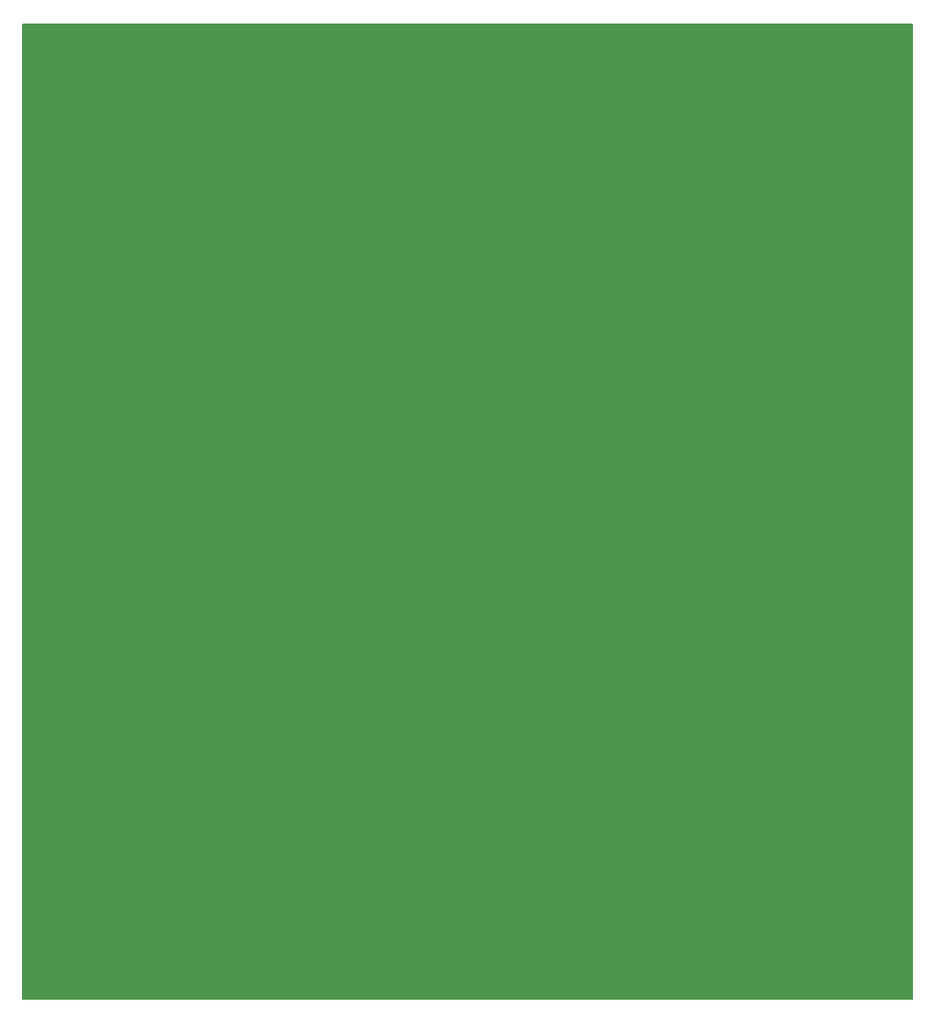
<source format=gbr>
%TF.GenerationSoftware,KiCad,Pcbnew,(7.0.0-0)*%
%TF.CreationDate,2023-04-09T15:37:51-07:00*%
%TF.ProjectId,sofle_click_keyplate_B,736f666c-655f-4636-9c69-636b5f6b6579,rev?*%
%TF.SameCoordinates,Original*%
%TF.FileFunction,Soldermask,Bot*%
%TF.FilePolarity,Negative*%
%FSLAX46Y46*%
G04 Gerber Fmt 4.6, Leading zero omitted, Abs format (unit mm)*
G04 Created by KiCad (PCBNEW (7.0.0-0)) date 2023-04-09 15:37:51*
%MOMM*%
%LPD*%
G01*
G04 APERTURE LIST*
%ADD10C,0.150000*%
%ADD11C,4.700000*%
G04 APERTURE END LIST*
D10*
X148050000Y-139690000D02*
X247160000Y-139690000D01*
X247160000Y-139690000D02*
X247160000Y-31090000D01*
X247160000Y-31090000D02*
X148050000Y-31090000D01*
X148050000Y-31090000D02*
X148050000Y-139690000D01*
G36*
X148050000Y-139690000D02*
G01*
X247160000Y-139690000D01*
X247160000Y-31090000D01*
X148050000Y-31090000D01*
X148050000Y-139690000D01*
G37*
D11*
%TO.C,TH6*%
X202094214Y-102549214D03*
%TD*%
%TO.C,TH3*%
X163779214Y-76094214D03*
%TD*%
%TO.C,TH4*%
X202109214Y-64434214D03*
%TD*%
M02*

</source>
